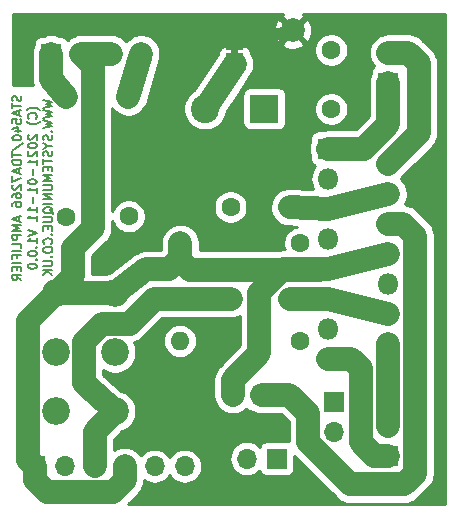
<source format=gbr>
G04 #@! TF.GenerationSoftware,KiCad,Pcbnew,5.1.4+dfsg1-1~bpo10+1*
G04 #@! TF.CreationDate,2020-12-25T00:52:37+00:00*
G04 #@! TF.ProjectId,Multi Watt Amplifier,4d756c74-6920-4576-9174-7420416d706c,rev?*
G04 #@! TF.SameCoordinates,Original*
G04 #@! TF.FileFunction,Copper,L2,Bot*
G04 #@! TF.FilePolarity,Positive*
%FSLAX46Y46*%
G04 Gerber Fmt 4.6, Leading zero omitted, Abs format (unit mm)*
G04 Created by KiCad (PCBNEW 5.1.4+dfsg1-1~bpo10+1) date 2020-12-25 00:52:37*
%MOMM*%
%LPD*%
G04 APERTURE LIST*
%ADD10C,0.187500*%
%ADD11C,0.100000*%
%ADD12R,2.400000X2.400000*%
%ADD13C,2.400000*%
%ADD14C,1.600000*%
%ADD15R,1.600000X1.600000*%
%ADD16R,1.700000X1.700000*%
%ADD17O,1.700000X1.700000*%
%ADD18O,1.600000X1.600000*%
%ADD19C,2.340000*%
%ADD20R,1.800000X1.800000*%
%ADD21O,1.800000X1.800000*%
%ADD22C,0.500000*%
%ADD23C,2.000000*%
%ADD24C,2.000000*%
%ADD25C,1.000000*%
%ADD26C,0.254000*%
G04 APERTURE END LIST*
D10*
X143531071Y-87236428D02*
X143566785Y-87343571D01*
X143566785Y-87522142D01*
X143531071Y-87593571D01*
X143495357Y-87629285D01*
X143423928Y-87665000D01*
X143352500Y-87665000D01*
X143281071Y-87629285D01*
X143245357Y-87593571D01*
X143209642Y-87522142D01*
X143173928Y-87379285D01*
X143138214Y-87307857D01*
X143102500Y-87272142D01*
X143031071Y-87236428D01*
X142959642Y-87236428D01*
X142888214Y-87272142D01*
X142852500Y-87307857D01*
X142816785Y-87379285D01*
X142816785Y-87557857D01*
X142852500Y-87665000D01*
X142816785Y-87879285D02*
X142816785Y-88307857D01*
X143566785Y-88093571D02*
X142816785Y-88093571D01*
X143352500Y-88522142D02*
X143352500Y-88879285D01*
X143566785Y-88450714D02*
X142816785Y-88700714D01*
X143566785Y-88950714D01*
X142816785Y-89557857D02*
X142816785Y-89200714D01*
X143173928Y-89165000D01*
X143138214Y-89200714D01*
X143102500Y-89272142D01*
X143102500Y-89450714D01*
X143138214Y-89522142D01*
X143173928Y-89557857D01*
X143245357Y-89593571D01*
X143423928Y-89593571D01*
X143495357Y-89557857D01*
X143531071Y-89522142D01*
X143566785Y-89450714D01*
X143566785Y-89272142D01*
X143531071Y-89200714D01*
X143495357Y-89165000D01*
X143066785Y-90236428D02*
X143566785Y-90236428D01*
X142781071Y-90057857D02*
X143316785Y-89879285D01*
X143316785Y-90343571D01*
X142816785Y-90772142D02*
X142816785Y-90843571D01*
X142852500Y-90915000D01*
X142888214Y-90950714D01*
X142959642Y-90986428D01*
X143102500Y-91022142D01*
X143281071Y-91022142D01*
X143423928Y-90986428D01*
X143495357Y-90950714D01*
X143531071Y-90915000D01*
X143566785Y-90843571D01*
X143566785Y-90772142D01*
X143531071Y-90700714D01*
X143495357Y-90665000D01*
X143423928Y-90629285D01*
X143281071Y-90593571D01*
X143102500Y-90593571D01*
X142959642Y-90629285D01*
X142888214Y-90665000D01*
X142852500Y-90700714D01*
X142816785Y-90772142D01*
X142781071Y-91879285D02*
X143745357Y-91236428D01*
X142816785Y-92022142D02*
X142816785Y-92450714D01*
X143566785Y-92236428D02*
X142816785Y-92236428D01*
X143566785Y-92700714D02*
X142816785Y-92700714D01*
X142816785Y-92879285D01*
X142852500Y-92986428D01*
X142923928Y-93057857D01*
X142995357Y-93093571D01*
X143138214Y-93129285D01*
X143245357Y-93129285D01*
X143388214Y-93093571D01*
X143459642Y-93057857D01*
X143531071Y-92986428D01*
X143566785Y-92879285D01*
X143566785Y-92700714D01*
X143352500Y-93415000D02*
X143352500Y-93772142D01*
X143566785Y-93343571D02*
X142816785Y-93593571D01*
X143566785Y-93843571D01*
X142816785Y-94022142D02*
X142816785Y-94522142D01*
X143566785Y-94200714D01*
X142888214Y-94772142D02*
X142852500Y-94807857D01*
X142816785Y-94879285D01*
X142816785Y-95057857D01*
X142852500Y-95129285D01*
X142888214Y-95165000D01*
X142959642Y-95200714D01*
X143031071Y-95200714D01*
X143138214Y-95165000D01*
X143566785Y-94736428D01*
X143566785Y-95200714D01*
X142816785Y-95843571D02*
X142816785Y-95700714D01*
X142852500Y-95629285D01*
X142888214Y-95593571D01*
X142995357Y-95522142D01*
X143138214Y-95486428D01*
X143423928Y-95486428D01*
X143495357Y-95522142D01*
X143531071Y-95557857D01*
X143566785Y-95629285D01*
X143566785Y-95772142D01*
X143531071Y-95843571D01*
X143495357Y-95879285D01*
X143423928Y-95915000D01*
X143245357Y-95915000D01*
X143173928Y-95879285D01*
X143138214Y-95843571D01*
X143102500Y-95772142D01*
X143102500Y-95629285D01*
X143138214Y-95557857D01*
X143173928Y-95522142D01*
X143245357Y-95486428D01*
X142816785Y-96557857D02*
X142816785Y-96415000D01*
X142852500Y-96343571D01*
X142888214Y-96307857D01*
X142995357Y-96236428D01*
X143138214Y-96200714D01*
X143423928Y-96200714D01*
X143495357Y-96236428D01*
X143531071Y-96272142D01*
X143566785Y-96343571D01*
X143566785Y-96486428D01*
X143531071Y-96557857D01*
X143495357Y-96593571D01*
X143423928Y-96629285D01*
X143245357Y-96629285D01*
X143173928Y-96593571D01*
X143138214Y-96557857D01*
X143102500Y-96486428D01*
X143102500Y-96343571D01*
X143138214Y-96272142D01*
X143173928Y-96236428D01*
X143245357Y-96200714D01*
X143352500Y-97486428D02*
X143352500Y-97843571D01*
X143566785Y-97415000D02*
X142816785Y-97665000D01*
X143566785Y-97915000D01*
X143566785Y-98165000D02*
X142816785Y-98165000D01*
X143352500Y-98415000D01*
X142816785Y-98665000D01*
X143566785Y-98665000D01*
X143566785Y-99022142D02*
X142816785Y-99022142D01*
X142816785Y-99307857D01*
X142852500Y-99379285D01*
X142888214Y-99415000D01*
X142959642Y-99450714D01*
X143066785Y-99450714D01*
X143138214Y-99415000D01*
X143173928Y-99379285D01*
X143209642Y-99307857D01*
X143209642Y-99022142D01*
X143566785Y-100129285D02*
X143566785Y-99772142D01*
X142816785Y-99772142D01*
X143566785Y-100379285D02*
X142816785Y-100379285D01*
X143173928Y-100986428D02*
X143173928Y-100736428D01*
X143566785Y-100736428D02*
X142816785Y-100736428D01*
X142816785Y-101093571D01*
X143566785Y-101379285D02*
X142816785Y-101379285D01*
X143173928Y-101736428D02*
X143173928Y-101986428D01*
X143566785Y-102093571D02*
X143566785Y-101736428D01*
X142816785Y-101736428D01*
X142816785Y-102093571D01*
X143566785Y-102843571D02*
X143209642Y-102593571D01*
X143566785Y-102415000D02*
X142816785Y-102415000D01*
X142816785Y-102700714D01*
X142852500Y-102772142D01*
X142888214Y-102807857D01*
X142959642Y-102843571D01*
X143066785Y-102843571D01*
X143138214Y-102807857D01*
X143173928Y-102772142D01*
X143209642Y-102700714D01*
X143209642Y-102415000D01*
X145165000Y-88450714D02*
X145129285Y-88415000D01*
X145022142Y-88343571D01*
X144950714Y-88307857D01*
X144843571Y-88272142D01*
X144665000Y-88236428D01*
X144522142Y-88236428D01*
X144343571Y-88272142D01*
X144236428Y-88307857D01*
X144165000Y-88343571D01*
X144057857Y-88415000D01*
X144022142Y-88450714D01*
X144807857Y-89165000D02*
X144843571Y-89129285D01*
X144879285Y-89022142D01*
X144879285Y-88950714D01*
X144843571Y-88843571D01*
X144772142Y-88772142D01*
X144700714Y-88736428D01*
X144557857Y-88700714D01*
X144450714Y-88700714D01*
X144307857Y-88736428D01*
X144236428Y-88772142D01*
X144165000Y-88843571D01*
X144129285Y-88950714D01*
X144129285Y-89022142D01*
X144165000Y-89129285D01*
X144200714Y-89165000D01*
X145165000Y-89415000D02*
X145129285Y-89450714D01*
X145022142Y-89522142D01*
X144950714Y-89557857D01*
X144843571Y-89593571D01*
X144665000Y-89629285D01*
X144522142Y-89629285D01*
X144343571Y-89593571D01*
X144236428Y-89557857D01*
X144165000Y-89522142D01*
X144057857Y-89450714D01*
X144022142Y-89415000D01*
X144200714Y-90522142D02*
X144165000Y-90557857D01*
X144129285Y-90629285D01*
X144129285Y-90807857D01*
X144165000Y-90879285D01*
X144200714Y-90915000D01*
X144272142Y-90950714D01*
X144343571Y-90950714D01*
X144450714Y-90915000D01*
X144879285Y-90486428D01*
X144879285Y-90950714D01*
X144129285Y-91415000D02*
X144129285Y-91486428D01*
X144165000Y-91557857D01*
X144200714Y-91593571D01*
X144272142Y-91629285D01*
X144415000Y-91665000D01*
X144593571Y-91665000D01*
X144736428Y-91629285D01*
X144807857Y-91593571D01*
X144843571Y-91557857D01*
X144879285Y-91486428D01*
X144879285Y-91415000D01*
X144843571Y-91343571D01*
X144807857Y-91307857D01*
X144736428Y-91272142D01*
X144593571Y-91236428D01*
X144415000Y-91236428D01*
X144272142Y-91272142D01*
X144200714Y-91307857D01*
X144165000Y-91343571D01*
X144129285Y-91415000D01*
X144200714Y-91950714D02*
X144165000Y-91986428D01*
X144129285Y-92057857D01*
X144129285Y-92236428D01*
X144165000Y-92307857D01*
X144200714Y-92343571D01*
X144272142Y-92379285D01*
X144343571Y-92379285D01*
X144450714Y-92343571D01*
X144879285Y-91915000D01*
X144879285Y-92379285D01*
X144879285Y-93093571D02*
X144879285Y-92665000D01*
X144879285Y-92879285D02*
X144129285Y-92879285D01*
X144236428Y-92807857D01*
X144307857Y-92736428D01*
X144343571Y-92665000D01*
X144593571Y-93415000D02*
X144593571Y-93986428D01*
X144129285Y-94486428D02*
X144129285Y-94557857D01*
X144165000Y-94629285D01*
X144200714Y-94665000D01*
X144272142Y-94700714D01*
X144415000Y-94736428D01*
X144593571Y-94736428D01*
X144736428Y-94700714D01*
X144807857Y-94665000D01*
X144843571Y-94629285D01*
X144879285Y-94557857D01*
X144879285Y-94486428D01*
X144843571Y-94415000D01*
X144807857Y-94379285D01*
X144736428Y-94343571D01*
X144593571Y-94307857D01*
X144415000Y-94307857D01*
X144272142Y-94343571D01*
X144200714Y-94379285D01*
X144165000Y-94415000D01*
X144129285Y-94486428D01*
X144879285Y-95450714D02*
X144879285Y-95022142D01*
X144879285Y-95236428D02*
X144129285Y-95236428D01*
X144236428Y-95165000D01*
X144307857Y-95093571D01*
X144343571Y-95022142D01*
X144593571Y-95772142D02*
X144593571Y-96343571D01*
X144879285Y-97093571D02*
X144879285Y-96665000D01*
X144879285Y-96879285D02*
X144129285Y-96879285D01*
X144236428Y-96807857D01*
X144307857Y-96736428D01*
X144343571Y-96665000D01*
X144879285Y-97807857D02*
X144879285Y-97379285D01*
X144879285Y-97593571D02*
X144129285Y-97593571D01*
X144236428Y-97522142D01*
X144307857Y-97450714D01*
X144343571Y-97379285D01*
X144129285Y-98593571D02*
X144879285Y-98843571D01*
X144129285Y-99093571D01*
X144879285Y-99736428D02*
X144879285Y-99307857D01*
X144879285Y-99522142D02*
X144129285Y-99522142D01*
X144236428Y-99450714D01*
X144307857Y-99379285D01*
X144343571Y-99307857D01*
X144807857Y-100057857D02*
X144843571Y-100093571D01*
X144879285Y-100057857D01*
X144843571Y-100022142D01*
X144807857Y-100057857D01*
X144879285Y-100057857D01*
X144129285Y-100557857D02*
X144129285Y-100629285D01*
X144165000Y-100700714D01*
X144200714Y-100736428D01*
X144272142Y-100772142D01*
X144415000Y-100807857D01*
X144593571Y-100807857D01*
X144736428Y-100772142D01*
X144807857Y-100736428D01*
X144843571Y-100700714D01*
X144879285Y-100629285D01*
X144879285Y-100557857D01*
X144843571Y-100486428D01*
X144807857Y-100450714D01*
X144736428Y-100415000D01*
X144593571Y-100379285D01*
X144415000Y-100379285D01*
X144272142Y-100415000D01*
X144200714Y-100450714D01*
X144165000Y-100486428D01*
X144129285Y-100557857D01*
X144807857Y-101129285D02*
X144843571Y-101165000D01*
X144879285Y-101129285D01*
X144843571Y-101093571D01*
X144807857Y-101129285D01*
X144879285Y-101129285D01*
X144129285Y-101629285D02*
X144129285Y-101700714D01*
X144165000Y-101772142D01*
X144200714Y-101807857D01*
X144272142Y-101843571D01*
X144415000Y-101879285D01*
X144593571Y-101879285D01*
X144736428Y-101843571D01*
X144807857Y-101807857D01*
X144843571Y-101772142D01*
X144879285Y-101700714D01*
X144879285Y-101629285D01*
X144843571Y-101557857D01*
X144807857Y-101522142D01*
X144736428Y-101486428D01*
X144593571Y-101450714D01*
X144415000Y-101450714D01*
X144272142Y-101486428D01*
X144200714Y-101522142D01*
X144165000Y-101557857D01*
X144129285Y-101629285D01*
X145441785Y-87611428D02*
X146191785Y-87790000D01*
X145656071Y-87932857D01*
X146191785Y-88075714D01*
X145441785Y-88254285D01*
X145441785Y-88468571D02*
X146191785Y-88647142D01*
X145656071Y-88790000D01*
X146191785Y-88932857D01*
X145441785Y-89111428D01*
X145441785Y-89325714D02*
X146191785Y-89504285D01*
X145656071Y-89647142D01*
X146191785Y-89790000D01*
X145441785Y-89968571D01*
X146120357Y-90254285D02*
X146156071Y-90290000D01*
X146191785Y-90254285D01*
X146156071Y-90218571D01*
X146120357Y-90254285D01*
X146191785Y-90254285D01*
X146156071Y-90575714D02*
X146191785Y-90682857D01*
X146191785Y-90861428D01*
X146156071Y-90932857D01*
X146120357Y-90968571D01*
X146048928Y-91004285D01*
X145977500Y-91004285D01*
X145906071Y-90968571D01*
X145870357Y-90932857D01*
X145834642Y-90861428D01*
X145798928Y-90718571D01*
X145763214Y-90647142D01*
X145727500Y-90611428D01*
X145656071Y-90575714D01*
X145584642Y-90575714D01*
X145513214Y-90611428D01*
X145477500Y-90647142D01*
X145441785Y-90718571D01*
X145441785Y-90897142D01*
X145477500Y-91004285D01*
X145834642Y-91468571D02*
X146191785Y-91468571D01*
X145441785Y-91218571D02*
X145834642Y-91468571D01*
X145441785Y-91718571D01*
X146156071Y-91932857D02*
X146191785Y-92040000D01*
X146191785Y-92218571D01*
X146156071Y-92290000D01*
X146120357Y-92325714D01*
X146048928Y-92361428D01*
X145977500Y-92361428D01*
X145906071Y-92325714D01*
X145870357Y-92290000D01*
X145834642Y-92218571D01*
X145798928Y-92075714D01*
X145763214Y-92004285D01*
X145727500Y-91968571D01*
X145656071Y-91932857D01*
X145584642Y-91932857D01*
X145513214Y-91968571D01*
X145477500Y-92004285D01*
X145441785Y-92075714D01*
X145441785Y-92254285D01*
X145477500Y-92361428D01*
X145441785Y-92575714D02*
X145441785Y-93004285D01*
X146191785Y-92790000D02*
X145441785Y-92790000D01*
X145798928Y-93254285D02*
X145798928Y-93504285D01*
X146191785Y-93611428D02*
X146191785Y-93254285D01*
X145441785Y-93254285D01*
X145441785Y-93611428D01*
X146191785Y-93932857D02*
X145441785Y-93932857D01*
X145977500Y-94182857D01*
X145441785Y-94432857D01*
X146191785Y-94432857D01*
X145441785Y-94790000D02*
X146048928Y-94790000D01*
X146120357Y-94825714D01*
X146156071Y-94861428D01*
X146191785Y-94932857D01*
X146191785Y-95075714D01*
X146156071Y-95147142D01*
X146120357Y-95182857D01*
X146048928Y-95218571D01*
X145441785Y-95218571D01*
X146191785Y-95575714D02*
X145441785Y-95575714D01*
X146191785Y-96004285D01*
X145441785Y-96004285D01*
X146191785Y-96361428D02*
X145441785Y-96361428D01*
X146263214Y-97218571D02*
X146227500Y-97147142D01*
X146156071Y-97075714D01*
X146048928Y-96968571D01*
X146013214Y-96897142D01*
X146013214Y-96825714D01*
X146191785Y-96861428D02*
X146156071Y-96790000D01*
X146084642Y-96718571D01*
X145941785Y-96682857D01*
X145691785Y-96682857D01*
X145548928Y-96718571D01*
X145477500Y-96790000D01*
X145441785Y-96861428D01*
X145441785Y-97004285D01*
X145477500Y-97075714D01*
X145548928Y-97147142D01*
X145691785Y-97182857D01*
X145941785Y-97182857D01*
X146084642Y-97147142D01*
X146156071Y-97075714D01*
X146191785Y-97004285D01*
X146191785Y-96861428D01*
X145441785Y-97504285D02*
X146048928Y-97504285D01*
X146120357Y-97540000D01*
X146156071Y-97575714D01*
X146191785Y-97647142D01*
X146191785Y-97790000D01*
X146156071Y-97861428D01*
X146120357Y-97897142D01*
X146048928Y-97932857D01*
X145441785Y-97932857D01*
X145798928Y-98290000D02*
X145798928Y-98540000D01*
X146191785Y-98647142D02*
X146191785Y-98290000D01*
X145441785Y-98290000D01*
X145441785Y-98647142D01*
X146120357Y-98968571D02*
X146156071Y-99004285D01*
X146191785Y-98968571D01*
X146156071Y-98932857D01*
X146120357Y-98968571D01*
X146191785Y-98968571D01*
X146120357Y-99754285D02*
X146156071Y-99718571D01*
X146191785Y-99611428D01*
X146191785Y-99540000D01*
X146156071Y-99432857D01*
X146084642Y-99361428D01*
X146013214Y-99325714D01*
X145870357Y-99290000D01*
X145763214Y-99290000D01*
X145620357Y-99325714D01*
X145548928Y-99361428D01*
X145477500Y-99432857D01*
X145441785Y-99540000D01*
X145441785Y-99611428D01*
X145477500Y-99718571D01*
X145513214Y-99754285D01*
X145441785Y-100218571D02*
X145441785Y-100361428D01*
X145477500Y-100432857D01*
X145548928Y-100504285D01*
X145691785Y-100540000D01*
X145941785Y-100540000D01*
X146084642Y-100504285D01*
X146156071Y-100432857D01*
X146191785Y-100361428D01*
X146191785Y-100218571D01*
X146156071Y-100147142D01*
X146084642Y-100075714D01*
X145941785Y-100040000D01*
X145691785Y-100040000D01*
X145548928Y-100075714D01*
X145477500Y-100147142D01*
X145441785Y-100218571D01*
X146120357Y-100861428D02*
X146156071Y-100897142D01*
X146191785Y-100861428D01*
X146156071Y-100825714D01*
X146120357Y-100861428D01*
X146191785Y-100861428D01*
X145441785Y-101218571D02*
X146048928Y-101218571D01*
X146120357Y-101254285D01*
X146156071Y-101290000D01*
X146191785Y-101361428D01*
X146191785Y-101504285D01*
X146156071Y-101575714D01*
X146120357Y-101611428D01*
X146048928Y-101647142D01*
X145441785Y-101647142D01*
X146191785Y-102004285D02*
X145441785Y-102004285D01*
X146191785Y-102432857D02*
X145763214Y-102111428D01*
X145441785Y-102432857D02*
X145870357Y-102004285D01*
D11*
G36*
X161330000Y-83750000D02*
G01*
X161330000Y-83250000D01*
X161930000Y-83250000D01*
X161930000Y-83750000D01*
X161330000Y-83750000D01*
G37*
D12*
X164130000Y-88340000D03*
D13*
X159130000Y-88340000D03*
D14*
X166280000Y-96650000D03*
X161280000Y-96650000D03*
X161280000Y-104460000D03*
X166280000Y-104460000D03*
X169810000Y-83350000D03*
X169810000Y-88350000D03*
D15*
X163970000Y-112570000D03*
D14*
X161470000Y-112570000D03*
D16*
X146090000Y-83660000D03*
D17*
X148630000Y-83660000D03*
X151170000Y-83660000D03*
X153710000Y-83660000D03*
X162660000Y-117970000D03*
D16*
X165200000Y-117970000D03*
X144690000Y-118590000D03*
D17*
X147230000Y-118590000D03*
X149770000Y-118590000D03*
X152310000Y-118590000D03*
X154850000Y-118590000D03*
X157390000Y-118590000D03*
D16*
X170020000Y-113180000D03*
D17*
X170020000Y-115720000D03*
X174640000Y-83580000D03*
D16*
X174640000Y-86120000D03*
X174590000Y-117710000D03*
D17*
X174590000Y-115170000D03*
D18*
X152650000Y-87290000D03*
D14*
X152650000Y-97450000D03*
X147360000Y-97500000D03*
D18*
X147360000Y-87340000D03*
X157000000Y-107990000D03*
D14*
X167160000Y-107990000D03*
X167200000Y-99720000D03*
D18*
X157040000Y-99720000D03*
D19*
X146510000Y-113950000D03*
X146510000Y-108950000D03*
X146510000Y-103950000D03*
X151510000Y-113950000D03*
X151510000Y-108950000D03*
X151510000Y-103950000D03*
D20*
X169570000Y-91710000D03*
D21*
X174650000Y-92980000D03*
X169570000Y-94250000D03*
X174650000Y-95520000D03*
X169570000Y-96790000D03*
X174650000Y-98060000D03*
X169570000Y-99330000D03*
X174650000Y-100600000D03*
X169570000Y-101870000D03*
X174650000Y-103140000D03*
X169570000Y-104410000D03*
X174650000Y-105680000D03*
X169570000Y-106950000D03*
X174650000Y-108220000D03*
X169570000Y-109490000D03*
D22*
X161630000Y-84150000D03*
D11*
G36*
X162379398Y-84150000D02*
G01*
X162379398Y-84174534D01*
X162374588Y-84223365D01*
X162365016Y-84271490D01*
X162350772Y-84318445D01*
X162331995Y-84363778D01*
X162308864Y-84407051D01*
X162281604Y-84447850D01*
X162250476Y-84485779D01*
X162215779Y-84520476D01*
X162177850Y-84551604D01*
X162137051Y-84578864D01*
X162093778Y-84601995D01*
X162048445Y-84620772D01*
X162001490Y-84635016D01*
X161953365Y-84644588D01*
X161904534Y-84649398D01*
X161880000Y-84649398D01*
X161880000Y-84650000D01*
X161380000Y-84650000D01*
X161380000Y-84649398D01*
X161355466Y-84649398D01*
X161306635Y-84644588D01*
X161258510Y-84635016D01*
X161211555Y-84620772D01*
X161166222Y-84601995D01*
X161122949Y-84578864D01*
X161082150Y-84551604D01*
X161044221Y-84520476D01*
X161009524Y-84485779D01*
X160978396Y-84447850D01*
X160951136Y-84407051D01*
X160928005Y-84363778D01*
X160909228Y-84318445D01*
X160894984Y-84271490D01*
X160885412Y-84223365D01*
X160880602Y-84174534D01*
X160880602Y-84150000D01*
X160880000Y-84150000D01*
X160880000Y-83650000D01*
X162380000Y-83650000D01*
X162380000Y-84150000D01*
X162379398Y-84150000D01*
X162379398Y-84150000D01*
G37*
D22*
X161630000Y-82850000D03*
D11*
G36*
X160880000Y-83350000D02*
G01*
X160880000Y-82850000D01*
X160880602Y-82850000D01*
X160880602Y-82825466D01*
X160885412Y-82776635D01*
X160894984Y-82728510D01*
X160909228Y-82681555D01*
X160928005Y-82636222D01*
X160951136Y-82592949D01*
X160978396Y-82552150D01*
X161009524Y-82514221D01*
X161044221Y-82479524D01*
X161082150Y-82448396D01*
X161122949Y-82421136D01*
X161166222Y-82398005D01*
X161211555Y-82379228D01*
X161258510Y-82364984D01*
X161306635Y-82355412D01*
X161355466Y-82350602D01*
X161380000Y-82350602D01*
X161380000Y-82350000D01*
X161880000Y-82350000D01*
X161880000Y-82350602D01*
X161904534Y-82350602D01*
X161953365Y-82355412D01*
X162001490Y-82364984D01*
X162048445Y-82379228D01*
X162093778Y-82398005D01*
X162137051Y-82421136D01*
X162177850Y-82448396D01*
X162215779Y-82479524D01*
X162250476Y-82514221D01*
X162281604Y-82552150D01*
X162308864Y-82592949D01*
X162331995Y-82636222D01*
X162350772Y-82681555D01*
X162365016Y-82728510D01*
X162374588Y-82776635D01*
X162379398Y-82825466D01*
X162379398Y-82850000D01*
X162380000Y-82850000D01*
X162380000Y-83350000D01*
X160880000Y-83350000D01*
X160880000Y-83350000D01*
G37*
D23*
X166560000Y-81700000D03*
D24*
X169570000Y-101870000D02*
X174650000Y-100600000D01*
X148630000Y-83660000D02*
X151170000Y-83660000D01*
X151510000Y-103950000D02*
X146510000Y-103950000D01*
X144690000Y-118590000D02*
X144650000Y-118514002D01*
X144139999Y-118039999D02*
X144690000Y-118590000D01*
X146510000Y-103950000D02*
X144139999Y-106320001D01*
X144139999Y-106320001D02*
X144139999Y-118039999D01*
X159130000Y-88340000D02*
X161630000Y-84550010D01*
X152310000Y-119792081D02*
X152310000Y-118590000D01*
X151312071Y-120790010D02*
X152310000Y-119792081D01*
X145750010Y-120790010D02*
X151312071Y-120790010D01*
X144690000Y-119730000D02*
X145750010Y-120790010D01*
X144690000Y-118590000D02*
X144690000Y-119730000D01*
X161470000Y-111300000D02*
X161470000Y-112570000D01*
X163720000Y-109050000D02*
X161470000Y-111300000D01*
X163720000Y-103908718D02*
X163720000Y-109050000D01*
X169570000Y-101870000D02*
X165758718Y-101870000D01*
X165758718Y-101870000D02*
X163720000Y-103908718D01*
X149639282Y-84669282D02*
X149479999Y-84509999D01*
X149639282Y-98420718D02*
X149639282Y-84669282D01*
X147940000Y-100120000D02*
X149639282Y-98420718D01*
X149479999Y-84509999D02*
X148630000Y-83660000D01*
X146510000Y-103950000D02*
X147940000Y-102520000D01*
X147940000Y-102520000D02*
X147940000Y-100120000D01*
X157040000Y-100940000D02*
X157040000Y-99720000D01*
X156040984Y-101939016D02*
X157040000Y-100940000D01*
X151510000Y-103950000D02*
X154139016Y-101939016D01*
X154139016Y-101939016D02*
X156040984Y-101939016D01*
X168430000Y-101960000D02*
X169570000Y-101870000D01*
X157880000Y-101960000D02*
X168430000Y-101960000D01*
X157040000Y-99720000D02*
X157040000Y-101120000D01*
X157040000Y-101120000D02*
X157880000Y-101960000D01*
X169570000Y-96790000D02*
X174650000Y-95520000D01*
X169560000Y-96800000D02*
X169570000Y-96790000D01*
X166280000Y-96650000D02*
X169560000Y-96800000D01*
X154800000Y-104460000D02*
X160148630Y-104460000D01*
X152740000Y-106520000D02*
X154800000Y-104460000D01*
X160148630Y-104460000D02*
X161280000Y-104460000D01*
X148880001Y-111579999D02*
X148880001Y-108072397D01*
X151510000Y-113950000D02*
X148880001Y-111579999D01*
X148880001Y-108072397D02*
X150432398Y-106520000D01*
X150432398Y-106520000D02*
X152740000Y-106520000D01*
X149770000Y-115690000D02*
X151510000Y-113950000D01*
X149770000Y-118590000D02*
X149770000Y-115690000D01*
X174650000Y-105680000D02*
X169570000Y-104410000D01*
X166330000Y-104410000D02*
X166280000Y-104460000D01*
X169570000Y-104410000D02*
X166330000Y-104410000D01*
X166270000Y-112570000D02*
X163970000Y-112570000D01*
X167830000Y-114130000D02*
X166270000Y-112570000D01*
X167830000Y-116590000D02*
X167830000Y-114130000D01*
X171390000Y-120150000D02*
X167830000Y-116590000D01*
X175922792Y-98060000D02*
X176940000Y-99077208D01*
X174650000Y-98060000D02*
X175922792Y-98060000D01*
X176940000Y-99077208D02*
X176940000Y-119220002D01*
X176940000Y-119220002D02*
X176010002Y-120150000D01*
X176010002Y-120150000D02*
X171390000Y-120150000D01*
X146090000Y-85790000D02*
X146090000Y-83660000D01*
X147360000Y-87340000D02*
X146090000Y-85790000D01*
X152630000Y-87360000D02*
X153710000Y-83660000D01*
X177200000Y-90430000D02*
X175549999Y-92080001D01*
X175549999Y-92080001D02*
X174650000Y-92980000D01*
X177200000Y-84470000D02*
X177200000Y-90430000D01*
X174640000Y-83580000D02*
X176310000Y-83580000D01*
X176310000Y-83580000D02*
X177200000Y-84470000D01*
X174640000Y-86120000D02*
X174640000Y-89620000D01*
X172550000Y-91710000D02*
X169570000Y-91710000D01*
X174640000Y-89620000D02*
X172550000Y-91710000D01*
X172300000Y-116550000D02*
X173460000Y-117710000D01*
X172300000Y-110280000D02*
X172300000Y-116550000D01*
X173460000Y-117710000D02*
X174590000Y-117710000D01*
X169570000Y-109490000D02*
X171510000Y-109490000D01*
X171510000Y-109490000D02*
X172300000Y-110280000D01*
X174650000Y-115110000D02*
X174590000Y-115170000D01*
X174650000Y-108220000D02*
X174650000Y-115110000D01*
D25*
X166460000Y-81720000D02*
X166550000Y-81670000D01*
X161630000Y-82850000D02*
X166460000Y-81720000D01*
D26*
G36*
X165604192Y-80564587D02*
G01*
X166560000Y-81520395D01*
X167515808Y-80564587D01*
X167421788Y-80305000D01*
X179465000Y-80305000D01*
X179465001Y-121815000D01*
X152599319Y-121815000D01*
X153409319Y-121005001D01*
X153471714Y-120953795D01*
X153676031Y-120704833D01*
X153827852Y-120420796D01*
X153905392Y-120165181D01*
X153921343Y-120112598D01*
X153952911Y-119792081D01*
X153951063Y-119773322D01*
X154020986Y-119830706D01*
X154278966Y-119968599D01*
X154558889Y-120053513D01*
X154777050Y-120075000D01*
X154922950Y-120075000D01*
X155141111Y-120053513D01*
X155421034Y-119968599D01*
X155679014Y-119830706D01*
X155905134Y-119645134D01*
X156090706Y-119419014D01*
X156120000Y-119364209D01*
X156149294Y-119419014D01*
X156334866Y-119645134D01*
X156560986Y-119830706D01*
X156818966Y-119968599D01*
X157098889Y-120053513D01*
X157317050Y-120075000D01*
X157462950Y-120075000D01*
X157681111Y-120053513D01*
X157961034Y-119968599D01*
X158219014Y-119830706D01*
X158445134Y-119645134D01*
X158630706Y-119419014D01*
X158768599Y-119161034D01*
X158853513Y-118881111D01*
X158882185Y-118590000D01*
X158853513Y-118298889D01*
X158768599Y-118018966D01*
X158630706Y-117760986D01*
X158445134Y-117534866D01*
X158219014Y-117349294D01*
X157961034Y-117211401D01*
X157681111Y-117126487D01*
X157462950Y-117105000D01*
X157317050Y-117105000D01*
X157098889Y-117126487D01*
X156818966Y-117211401D01*
X156560986Y-117349294D01*
X156334866Y-117534866D01*
X156149294Y-117760986D01*
X156120000Y-117815791D01*
X156090706Y-117760986D01*
X155905134Y-117534866D01*
X155679014Y-117349294D01*
X155421034Y-117211401D01*
X155141111Y-117126487D01*
X154922950Y-117105000D01*
X154777050Y-117105000D01*
X154558889Y-117126487D01*
X154278966Y-117211401D01*
X154020986Y-117349294D01*
X153794866Y-117534866D01*
X153676814Y-117678713D01*
X153676031Y-117677248D01*
X153471714Y-117428286D01*
X153222752Y-117223969D01*
X152938715Y-117072148D01*
X152630516Y-116978657D01*
X152310000Y-116947089D01*
X151989485Y-116978657D01*
X151681286Y-117072148D01*
X151405000Y-117219826D01*
X151405000Y-116367239D01*
X152122034Y-115650205D01*
X152364988Y-115549571D01*
X152660621Y-115352035D01*
X152912035Y-115100621D01*
X153109571Y-114804988D01*
X153245635Y-114476499D01*
X153315000Y-114127777D01*
X153315000Y-113772223D01*
X153245635Y-113423501D01*
X153109571Y-113095012D01*
X152912035Y-112799379D01*
X152660621Y-112547965D01*
X152364988Y-112350429D01*
X152036499Y-112214365D01*
X152023442Y-112211768D01*
X150515001Y-110852449D01*
X150515001Y-110456018D01*
X150655012Y-110549571D01*
X150983501Y-110685635D01*
X151332223Y-110755000D01*
X151687777Y-110755000D01*
X152036499Y-110685635D01*
X152364988Y-110549571D01*
X152660621Y-110352035D01*
X152912035Y-110100621D01*
X153109571Y-109804988D01*
X153245635Y-109476499D01*
X153315000Y-109127777D01*
X153315000Y-108772223D01*
X153245635Y-108423501D01*
X153117464Y-108114068D01*
X153368715Y-108037852D01*
X153458239Y-107990000D01*
X155558057Y-107990000D01*
X155585764Y-108271309D01*
X155667818Y-108541808D01*
X155801068Y-108791101D01*
X155980392Y-109009608D01*
X156198899Y-109188932D01*
X156448192Y-109322182D01*
X156718691Y-109404236D01*
X156929508Y-109425000D01*
X157070492Y-109425000D01*
X157281309Y-109404236D01*
X157551808Y-109322182D01*
X157801101Y-109188932D01*
X158019608Y-109009608D01*
X158198932Y-108791101D01*
X158332182Y-108541808D01*
X158414236Y-108271309D01*
X158441943Y-107990000D01*
X158414236Y-107708691D01*
X158332182Y-107438192D01*
X158198932Y-107188899D01*
X158019608Y-106970392D01*
X157801101Y-106791068D01*
X157551808Y-106657818D01*
X157281309Y-106575764D01*
X157070492Y-106555000D01*
X156929508Y-106555000D01*
X156718691Y-106575764D01*
X156448192Y-106657818D01*
X156198899Y-106791068D01*
X155980392Y-106970392D01*
X155801068Y-107188899D01*
X155667818Y-107438192D01*
X155585764Y-107708691D01*
X155558057Y-107990000D01*
X153458239Y-107990000D01*
X153652752Y-107886031D01*
X153901714Y-107681714D01*
X153952925Y-107619313D01*
X155477239Y-106095000D01*
X161360322Y-106095000D01*
X161600516Y-106071343D01*
X161908715Y-105977852D01*
X162085000Y-105883625D01*
X162085001Y-108372760D01*
X160370686Y-110087076D01*
X160308286Y-110138286D01*
X160103969Y-110387249D01*
X159952148Y-110671286D01*
X159858657Y-110979485D01*
X159836547Y-111203970D01*
X159827089Y-111300000D01*
X159835000Y-111380319D01*
X159835000Y-112650322D01*
X159858657Y-112890516D01*
X159952148Y-113198715D01*
X160103970Y-113482752D01*
X160308287Y-113731714D01*
X160557249Y-113936031D01*
X160841286Y-114087852D01*
X161149485Y-114181343D01*
X161470000Y-114212911D01*
X161790516Y-114181343D01*
X162098715Y-114087852D01*
X162382752Y-113936031D01*
X162631714Y-113731714D01*
X162638744Y-113723148D01*
X162639463Y-113724494D01*
X162718815Y-113821185D01*
X162815506Y-113900537D01*
X162925820Y-113959502D01*
X163045518Y-113995812D01*
X163170000Y-114008072D01*
X163192027Y-114008072D01*
X163341285Y-114087852D01*
X163649484Y-114181343D01*
X163889678Y-114205000D01*
X165592762Y-114205000D01*
X166195001Y-114807239D01*
X166195000Y-116500412D01*
X166174482Y-116494188D01*
X166050000Y-116481928D01*
X164350000Y-116481928D01*
X164225518Y-116494188D01*
X164105820Y-116530498D01*
X163995506Y-116589463D01*
X163898815Y-116668815D01*
X163819463Y-116765506D01*
X163760498Y-116875820D01*
X163739607Y-116944687D01*
X163715134Y-116914866D01*
X163489014Y-116729294D01*
X163231034Y-116591401D01*
X162951111Y-116506487D01*
X162732950Y-116485000D01*
X162587050Y-116485000D01*
X162368889Y-116506487D01*
X162088966Y-116591401D01*
X161830986Y-116729294D01*
X161604866Y-116914866D01*
X161419294Y-117140986D01*
X161281401Y-117398966D01*
X161196487Y-117678889D01*
X161167815Y-117970000D01*
X161196487Y-118261111D01*
X161281401Y-118541034D01*
X161419294Y-118799014D01*
X161604866Y-119025134D01*
X161830986Y-119210706D01*
X162088966Y-119348599D01*
X162368889Y-119433513D01*
X162587050Y-119455000D01*
X162732950Y-119455000D01*
X162951111Y-119433513D01*
X163231034Y-119348599D01*
X163489014Y-119210706D01*
X163715134Y-119025134D01*
X163739607Y-118995313D01*
X163760498Y-119064180D01*
X163819463Y-119174494D01*
X163898815Y-119271185D01*
X163995506Y-119350537D01*
X164105820Y-119409502D01*
X164225518Y-119445812D01*
X164350000Y-119458072D01*
X166050000Y-119458072D01*
X166174482Y-119445812D01*
X166294180Y-119409502D01*
X166404494Y-119350537D01*
X166501185Y-119271185D01*
X166580537Y-119174494D01*
X166639502Y-119064180D01*
X166675812Y-118944482D01*
X166688072Y-118820000D01*
X166688072Y-117767952D01*
X166730687Y-117802925D01*
X170177080Y-121249319D01*
X170228286Y-121311714D01*
X170477248Y-121516031D01*
X170761285Y-121667852D01*
X171069484Y-121761343D01*
X171309678Y-121785000D01*
X171309680Y-121785000D01*
X171389999Y-121792911D01*
X171470319Y-121785000D01*
X175929683Y-121785000D01*
X176010002Y-121792911D01*
X176090321Y-121785000D01*
X176090324Y-121785000D01*
X176330518Y-121761343D01*
X176638717Y-121667852D01*
X176922754Y-121516031D01*
X177171716Y-121311714D01*
X177222927Y-121249313D01*
X178039313Y-120432927D01*
X178101714Y-120381716D01*
X178306031Y-120132754D01*
X178457852Y-119848717D01*
X178475032Y-119792081D01*
X178551343Y-119540519D01*
X178582911Y-119220002D01*
X178575000Y-119139680D01*
X178575000Y-99157527D01*
X178582911Y-99077207D01*
X178574749Y-98994337D01*
X178551343Y-98756692D01*
X178457852Y-98448493D01*
X178306031Y-98164456D01*
X178101714Y-97915494D01*
X178039314Y-97864284D01*
X177135717Y-96960687D01*
X177084506Y-96898286D01*
X176835544Y-96693969D01*
X176551507Y-96542148D01*
X176243308Y-96448657D01*
X176013673Y-96426040D01*
X176058785Y-96365272D01*
X176196619Y-96074189D01*
X176275018Y-95761810D01*
X176290968Y-95440139D01*
X176243857Y-95121536D01*
X176135495Y-94818246D01*
X175970046Y-94541924D01*
X175753869Y-94303190D01*
X175680931Y-94249043D01*
X175749323Y-94192915D01*
X176762914Y-93179324D01*
X178299318Y-91642921D01*
X178361714Y-91591714D01*
X178566031Y-91342752D01*
X178717852Y-91058715D01*
X178811343Y-90750516D01*
X178829896Y-90562149D01*
X178842911Y-90430000D01*
X178835000Y-90349678D01*
X178835000Y-84550319D01*
X178842911Y-84469999D01*
X178833262Y-84372030D01*
X178811343Y-84149484D01*
X178717852Y-83841285D01*
X178566031Y-83557248D01*
X178361714Y-83308286D01*
X178299314Y-83257076D01*
X177522925Y-82480687D01*
X177471714Y-82418286D01*
X177222752Y-82213969D01*
X176938715Y-82062148D01*
X176630516Y-81968657D01*
X176390322Y-81945000D01*
X176390319Y-81945000D01*
X176310000Y-81937089D01*
X176229681Y-81945000D01*
X174559678Y-81945000D01*
X174319484Y-81968657D01*
X174011285Y-82062148D01*
X173727248Y-82213969D01*
X173478286Y-82418286D01*
X173273969Y-82667248D01*
X173122148Y-82951285D01*
X173028657Y-83259484D01*
X172997089Y-83580000D01*
X173028657Y-83900516D01*
X173122148Y-84208715D01*
X173273969Y-84492752D01*
X173463958Y-84724255D01*
X173435506Y-84739463D01*
X173338815Y-84818815D01*
X173259463Y-84915506D01*
X173200498Y-85025820D01*
X173164188Y-85145518D01*
X173151928Y-85270000D01*
X173151928Y-85435572D01*
X173122148Y-85491286D01*
X173028657Y-85799485D01*
X173005000Y-86039679D01*
X173005001Y-88942760D01*
X171872762Y-90075000D01*
X169489678Y-90075000D01*
X169249484Y-90098657D01*
X169007942Y-90171928D01*
X168670000Y-90171928D01*
X168545518Y-90184188D01*
X168425820Y-90220498D01*
X168315506Y-90279463D01*
X168218815Y-90358815D01*
X168139463Y-90455506D01*
X168080498Y-90565820D01*
X168044188Y-90685518D01*
X168031928Y-90810000D01*
X168031928Y-91147942D01*
X167958657Y-91389484D01*
X167927089Y-91710000D01*
X167958657Y-92030516D01*
X168031928Y-92272058D01*
X168031928Y-92610000D01*
X168044188Y-92734482D01*
X168080498Y-92854180D01*
X168139463Y-92964494D01*
X168218815Y-93061185D01*
X168315506Y-93140537D01*
X168425820Y-93199502D01*
X168442280Y-93204495D01*
X168287519Y-93393073D01*
X168144983Y-93659739D01*
X168057210Y-93949087D01*
X168027573Y-94250000D01*
X168057210Y-94550913D01*
X168144983Y-94840261D01*
X168286517Y-95105053D01*
X166274456Y-95013038D01*
X166033432Y-95025697D01*
X165721283Y-95105011D01*
X165430607Y-95243698D01*
X165172571Y-95436428D01*
X164957094Y-95675796D01*
X164792455Y-95952600D01*
X164684982Y-96256207D01*
X164638805Y-96574946D01*
X164655697Y-96896568D01*
X164735011Y-97208717D01*
X164873698Y-97499393D01*
X165066428Y-97757429D01*
X165305796Y-97972906D01*
X165582600Y-98137545D01*
X165886207Y-98245018D01*
X166125069Y-98279623D01*
X166906127Y-98315342D01*
X166781426Y-98340147D01*
X166520273Y-98448320D01*
X166285241Y-98605363D01*
X166085363Y-98805241D01*
X165928320Y-99040273D01*
X165820147Y-99301426D01*
X165765000Y-99578665D01*
X165765000Y-99861335D01*
X165820147Y-100138574D01*
X165860088Y-100235000D01*
X165839040Y-100235000D01*
X165758718Y-100227089D01*
X165438201Y-100258657D01*
X165291040Y-100303298D01*
X165219498Y-100325000D01*
X158675000Y-100325000D01*
X158675000Y-99639678D01*
X158651343Y-99399484D01*
X158557852Y-99091285D01*
X158406031Y-98807248D01*
X158201714Y-98558286D01*
X157952752Y-98353969D01*
X157668715Y-98202148D01*
X157360516Y-98108657D01*
X157040000Y-98077089D01*
X156719484Y-98108657D01*
X156411285Y-98202148D01*
X156127248Y-98353969D01*
X155878286Y-98558286D01*
X155673969Y-98807249D01*
X155632410Y-98885000D01*
X155522148Y-99091285D01*
X155428657Y-99399484D01*
X155419615Y-99491286D01*
X155405000Y-99639679D01*
X155405000Y-100262762D01*
X155363746Y-100304016D01*
X154167007Y-100304016D01*
X154034051Y-100299462D01*
X153926735Y-100317013D01*
X153818500Y-100327673D01*
X153768137Y-100342950D01*
X153716208Y-100351443D01*
X153614376Y-100389593D01*
X153510301Y-100421164D01*
X153463890Y-100445971D01*
X153414611Y-100464433D01*
X153322175Y-100521719D01*
X153226264Y-100572985D01*
X153123410Y-100657395D01*
X151124642Y-102186290D01*
X150983501Y-102214365D01*
X150740546Y-102315000D01*
X149575000Y-102315000D01*
X149575000Y-100797239D01*
X150738607Y-99633633D01*
X150800996Y-99582432D01*
X151005313Y-99333470D01*
X151157134Y-99049433D01*
X151173847Y-98994337D01*
X151250625Y-98741235D01*
X151282193Y-98420718D01*
X151274282Y-98340396D01*
X151274282Y-97878557D01*
X151378320Y-98129727D01*
X151535363Y-98364759D01*
X151735241Y-98564637D01*
X151970273Y-98721680D01*
X152231426Y-98829853D01*
X152508665Y-98885000D01*
X152791335Y-98885000D01*
X153068574Y-98829853D01*
X153329727Y-98721680D01*
X153564759Y-98564637D01*
X153764637Y-98364759D01*
X153921680Y-98129727D01*
X154029853Y-97868574D01*
X154085000Y-97591335D01*
X154085000Y-97308665D01*
X154029853Y-97031426D01*
X153921680Y-96770273D01*
X153764637Y-96535241D01*
X153738061Y-96508665D01*
X159845000Y-96508665D01*
X159845000Y-96791335D01*
X159900147Y-97068574D01*
X160008320Y-97329727D01*
X160165363Y-97564759D01*
X160365241Y-97764637D01*
X160600273Y-97921680D01*
X160861426Y-98029853D01*
X161138665Y-98085000D01*
X161421335Y-98085000D01*
X161698574Y-98029853D01*
X161959727Y-97921680D01*
X162194759Y-97764637D01*
X162394637Y-97564759D01*
X162551680Y-97329727D01*
X162659853Y-97068574D01*
X162715000Y-96791335D01*
X162715000Y-96508665D01*
X162659853Y-96231426D01*
X162551680Y-95970273D01*
X162394637Y-95735241D01*
X162194759Y-95535363D01*
X161959727Y-95378320D01*
X161698574Y-95270147D01*
X161421335Y-95215000D01*
X161138665Y-95215000D01*
X160861426Y-95270147D01*
X160600273Y-95378320D01*
X160365241Y-95535363D01*
X160165363Y-95735241D01*
X160008320Y-95970273D01*
X159900147Y-96231426D01*
X159845000Y-96508665D01*
X153738061Y-96508665D01*
X153564759Y-96335363D01*
X153329727Y-96178320D01*
X153068574Y-96070147D01*
X152791335Y-96015000D01*
X152508665Y-96015000D01*
X152231426Y-96070147D01*
X151970273Y-96178320D01*
X151735241Y-96335363D01*
X151535363Y-96535241D01*
X151378320Y-96770273D01*
X151274282Y-97021443D01*
X151274282Y-88273981D01*
X151371051Y-88415557D01*
X151601170Y-88640884D01*
X151870827Y-88816987D01*
X152169658Y-88937099D01*
X152486180Y-88996603D01*
X152808228Y-88993215D01*
X153123427Y-88927062D01*
X153419666Y-88800689D01*
X153685557Y-88618949D01*
X153910884Y-88388830D01*
X154060802Y-88159268D01*
X157295000Y-88159268D01*
X157295000Y-88520732D01*
X157365518Y-88875250D01*
X157503844Y-89209199D01*
X157704662Y-89509744D01*
X157960256Y-89765338D01*
X158260801Y-89966156D01*
X158594750Y-90104482D01*
X158949268Y-90175000D01*
X159310732Y-90175000D01*
X159665250Y-90104482D01*
X159999199Y-89966156D01*
X160299744Y-89765338D01*
X160555338Y-89509744D01*
X160756156Y-89209199D01*
X160894482Y-88875250D01*
X160963078Y-88530395D01*
X161880227Y-87140000D01*
X162291928Y-87140000D01*
X162291928Y-89540000D01*
X162304188Y-89664482D01*
X162340498Y-89784180D01*
X162399463Y-89894494D01*
X162478815Y-89991185D01*
X162575506Y-90070537D01*
X162685820Y-90129502D01*
X162805518Y-90165812D01*
X162930000Y-90178072D01*
X165330000Y-90178072D01*
X165454482Y-90165812D01*
X165574180Y-90129502D01*
X165684494Y-90070537D01*
X165781185Y-89991185D01*
X165860537Y-89894494D01*
X165919502Y-89784180D01*
X165955812Y-89664482D01*
X165968072Y-89540000D01*
X165968072Y-88208665D01*
X168375000Y-88208665D01*
X168375000Y-88491335D01*
X168430147Y-88768574D01*
X168538320Y-89029727D01*
X168695363Y-89264759D01*
X168895241Y-89464637D01*
X169130273Y-89621680D01*
X169391426Y-89729853D01*
X169668665Y-89785000D01*
X169951335Y-89785000D01*
X170228574Y-89729853D01*
X170489727Y-89621680D01*
X170724759Y-89464637D01*
X170924637Y-89264759D01*
X171081680Y-89029727D01*
X171189853Y-88768574D01*
X171245000Y-88491335D01*
X171245000Y-88208665D01*
X171189853Y-87931426D01*
X171081680Y-87670273D01*
X170924637Y-87435241D01*
X170724759Y-87235363D01*
X170489727Y-87078320D01*
X170228574Y-86970147D01*
X169951335Y-86915000D01*
X169668665Y-86915000D01*
X169391426Y-86970147D01*
X169130273Y-87078320D01*
X168895241Y-87235363D01*
X168695363Y-87435241D01*
X168538320Y-87670273D01*
X168430147Y-87931426D01*
X168375000Y-88208665D01*
X165968072Y-88208665D01*
X165968072Y-87140000D01*
X165955812Y-87015518D01*
X165919502Y-86895820D01*
X165860537Y-86785506D01*
X165781185Y-86688815D01*
X165684494Y-86609463D01*
X165574180Y-86550498D01*
X165454482Y-86514188D01*
X165330000Y-86501928D01*
X162930000Y-86501928D01*
X162805518Y-86514188D01*
X162685820Y-86550498D01*
X162575506Y-86609463D01*
X162478815Y-86688815D01*
X162399463Y-86785506D01*
X162340498Y-86895820D01*
X162304188Y-87015518D01*
X162291928Y-87140000D01*
X161880227Y-87140000D01*
X163039044Y-85383239D01*
X163151554Y-85169711D01*
X163243216Y-84860963D01*
X163272882Y-84540266D01*
X163239414Y-84219942D01*
X163144095Y-83912303D01*
X163018072Y-83679857D01*
X163018072Y-83650000D01*
X163005812Y-83525518D01*
X162969502Y-83405820D01*
X162910537Y-83295506D01*
X162831185Y-83198815D01*
X162734494Y-83119463D01*
X162624180Y-83060498D01*
X162524060Y-83030127D01*
X162518762Y-83012125D01*
X162517731Y-83010153D01*
X162517087Y-83008020D01*
X162489012Y-82955219D01*
X162461345Y-82902297D01*
X162459951Y-82900563D01*
X162458905Y-82898596D01*
X162421117Y-82852263D01*
X162407570Y-82835413D01*
X165604192Y-82835413D01*
X165699956Y-83099814D01*
X165989571Y-83240704D01*
X166301108Y-83322384D01*
X166622595Y-83341718D01*
X166941675Y-83297961D01*
X167200150Y-83208665D01*
X168375000Y-83208665D01*
X168375000Y-83491335D01*
X168430147Y-83768574D01*
X168538320Y-84029727D01*
X168695363Y-84264759D01*
X168895241Y-84464637D01*
X169130273Y-84621680D01*
X169391426Y-84729853D01*
X169668665Y-84785000D01*
X169951335Y-84785000D01*
X170228574Y-84729853D01*
X170489727Y-84621680D01*
X170724759Y-84464637D01*
X170924637Y-84264759D01*
X171081680Y-84029727D01*
X171189853Y-83768574D01*
X171245000Y-83491335D01*
X171245000Y-83208665D01*
X171189853Y-82931426D01*
X171081680Y-82670273D01*
X170924637Y-82435241D01*
X170724759Y-82235363D01*
X170489727Y-82078320D01*
X170228574Y-81970147D01*
X169951335Y-81915000D01*
X169668665Y-81915000D01*
X169391426Y-81970147D01*
X169130273Y-82078320D01*
X168895241Y-82235363D01*
X168695363Y-82435241D01*
X168538320Y-82670273D01*
X168430147Y-82931426D01*
X168375000Y-83208665D01*
X167200150Y-83208665D01*
X167246088Y-83192795D01*
X167420044Y-83099814D01*
X167515808Y-82835413D01*
X166560000Y-81879605D01*
X165604192Y-82835413D01*
X162407570Y-82835413D01*
X162383690Y-82805714D01*
X162381985Y-82804283D01*
X162380577Y-82802557D01*
X162334527Y-82764461D01*
X162288754Y-82726053D01*
X162286802Y-82724980D01*
X162285087Y-82723561D01*
X162232539Y-82695149D01*
X162180153Y-82666349D01*
X162178029Y-82665675D01*
X162176072Y-82664617D01*
X162119050Y-82646966D01*
X162062024Y-82628876D01*
X162059808Y-82628627D01*
X162057684Y-82627970D01*
X161998257Y-82621724D01*
X161938866Y-82615062D01*
X161934596Y-82615032D01*
X161934433Y-82615015D01*
X161934270Y-82615030D01*
X161930000Y-82615000D01*
X161330000Y-82615000D01*
X161270495Y-82620834D01*
X161211013Y-82626248D01*
X161208882Y-82626875D01*
X161206661Y-82627093D01*
X161149379Y-82644388D01*
X161092125Y-82661238D01*
X161090153Y-82662269D01*
X161088020Y-82662913D01*
X161035219Y-82690988D01*
X160982297Y-82718655D01*
X160980563Y-82720049D01*
X160978596Y-82721095D01*
X160932263Y-82758883D01*
X160885714Y-82796310D01*
X160884283Y-82798015D01*
X160882557Y-82799423D01*
X160844461Y-82845473D01*
X160806053Y-82891246D01*
X160804980Y-82893198D01*
X160803561Y-82894913D01*
X160775149Y-82947461D01*
X160746349Y-82999847D01*
X160745675Y-83001971D01*
X160744617Y-83003928D01*
X160736566Y-83029937D01*
X160635820Y-83060498D01*
X160525506Y-83119463D01*
X160428815Y-83198815D01*
X160349463Y-83295506D01*
X160290498Y-83405820D01*
X160254188Y-83525518D01*
X160241928Y-83650000D01*
X160241928Y-83684986D01*
X158230753Y-86733922D01*
X157960256Y-86914662D01*
X157704662Y-87170256D01*
X157503844Y-87470801D01*
X157365518Y-87804750D01*
X157295000Y-88159268D01*
X154060802Y-88159268D01*
X154086987Y-88119173D01*
X154176998Y-87895230D01*
X155302011Y-84041022D01*
X155346603Y-83803821D01*
X155343215Y-83481772D01*
X155277062Y-83166573D01*
X155150689Y-82870334D01*
X154968949Y-82604443D01*
X154738830Y-82379116D01*
X154469173Y-82203013D01*
X154170342Y-82082902D01*
X153853820Y-82023397D01*
X153531771Y-82026785D01*
X153216571Y-82092938D01*
X152920333Y-82219311D01*
X152654442Y-82401051D01*
X152435455Y-82624696D01*
X152331714Y-82498286D01*
X152082752Y-82293969D01*
X151798715Y-82142148D01*
X151490516Y-82048657D01*
X151250322Y-82025000D01*
X148710319Y-82025000D01*
X148630000Y-82017089D01*
X148549681Y-82025000D01*
X148549678Y-82025000D01*
X148309484Y-82048657D01*
X148001285Y-82142148D01*
X147717248Y-82293969D01*
X147485745Y-82483958D01*
X147470537Y-82455506D01*
X147391185Y-82358815D01*
X147294494Y-82279463D01*
X147184180Y-82220498D01*
X147064482Y-82184188D01*
X146940000Y-82171928D01*
X146774429Y-82171928D01*
X146718715Y-82142148D01*
X146410516Y-82048657D01*
X146090000Y-82017089D01*
X145769485Y-82048657D01*
X145461286Y-82142148D01*
X145405572Y-82171928D01*
X145240000Y-82171928D01*
X145115518Y-82184188D01*
X144995820Y-82220498D01*
X144885506Y-82279463D01*
X144788815Y-82358815D01*
X144709463Y-82455506D01*
X144650498Y-82565820D01*
X144614188Y-82685518D01*
X144601928Y-82810000D01*
X144601928Y-82975572D01*
X144572149Y-83031285D01*
X144478658Y-83339484D01*
X144455001Y-83579678D01*
X144455000Y-85789929D01*
X144454874Y-85949739D01*
X144470682Y-86029542D01*
X144478657Y-86110515D01*
X144501898Y-86187130D01*
X144517455Y-86265667D01*
X144548531Y-86340858D01*
X144555800Y-86364821D01*
X142835000Y-86364821D01*
X142835000Y-81762595D01*
X164918282Y-81762595D01*
X164962039Y-82081675D01*
X165067205Y-82386088D01*
X165160186Y-82560044D01*
X165424587Y-82655808D01*
X166380395Y-81700000D01*
X166739605Y-81700000D01*
X167695413Y-82655808D01*
X167959814Y-82560044D01*
X168100704Y-82270429D01*
X168182384Y-81958892D01*
X168201718Y-81637405D01*
X168157961Y-81318325D01*
X168052795Y-81013912D01*
X167959814Y-80839956D01*
X167695413Y-80744192D01*
X166739605Y-81700000D01*
X166380395Y-81700000D01*
X165424587Y-80744192D01*
X165160186Y-80839956D01*
X165019296Y-81129571D01*
X164937616Y-81441108D01*
X164918282Y-81762595D01*
X142835000Y-81762595D01*
X142835000Y-80305000D01*
X165698212Y-80305000D01*
X165604192Y-80564587D01*
X165604192Y-80564587D01*
G37*
X165604192Y-80564587D02*
X166560000Y-81520395D01*
X167515808Y-80564587D01*
X167421788Y-80305000D01*
X179465000Y-80305000D01*
X179465001Y-121815000D01*
X152599319Y-121815000D01*
X153409319Y-121005001D01*
X153471714Y-120953795D01*
X153676031Y-120704833D01*
X153827852Y-120420796D01*
X153905392Y-120165181D01*
X153921343Y-120112598D01*
X153952911Y-119792081D01*
X153951063Y-119773322D01*
X154020986Y-119830706D01*
X154278966Y-119968599D01*
X154558889Y-120053513D01*
X154777050Y-120075000D01*
X154922950Y-120075000D01*
X155141111Y-120053513D01*
X155421034Y-119968599D01*
X155679014Y-119830706D01*
X155905134Y-119645134D01*
X156090706Y-119419014D01*
X156120000Y-119364209D01*
X156149294Y-119419014D01*
X156334866Y-119645134D01*
X156560986Y-119830706D01*
X156818966Y-119968599D01*
X157098889Y-120053513D01*
X157317050Y-120075000D01*
X157462950Y-120075000D01*
X157681111Y-120053513D01*
X157961034Y-119968599D01*
X158219014Y-119830706D01*
X158445134Y-119645134D01*
X158630706Y-119419014D01*
X158768599Y-119161034D01*
X158853513Y-118881111D01*
X158882185Y-118590000D01*
X158853513Y-118298889D01*
X158768599Y-118018966D01*
X158630706Y-117760986D01*
X158445134Y-117534866D01*
X158219014Y-117349294D01*
X157961034Y-117211401D01*
X157681111Y-117126487D01*
X157462950Y-117105000D01*
X157317050Y-117105000D01*
X157098889Y-117126487D01*
X156818966Y-117211401D01*
X156560986Y-117349294D01*
X156334866Y-117534866D01*
X156149294Y-117760986D01*
X156120000Y-117815791D01*
X156090706Y-117760986D01*
X155905134Y-117534866D01*
X155679014Y-117349294D01*
X155421034Y-117211401D01*
X155141111Y-117126487D01*
X154922950Y-117105000D01*
X154777050Y-117105000D01*
X154558889Y-117126487D01*
X154278966Y-117211401D01*
X154020986Y-117349294D01*
X153794866Y-117534866D01*
X153676814Y-117678713D01*
X153676031Y-117677248D01*
X153471714Y-117428286D01*
X153222752Y-117223969D01*
X152938715Y-117072148D01*
X152630516Y-116978657D01*
X152310000Y-116947089D01*
X151989485Y-116978657D01*
X151681286Y-117072148D01*
X151405000Y-117219826D01*
X151405000Y-116367239D01*
X152122034Y-115650205D01*
X152364988Y-115549571D01*
X152660621Y-115352035D01*
X152912035Y-115100621D01*
X153109571Y-114804988D01*
X153245635Y-114476499D01*
X153315000Y-114127777D01*
X153315000Y-113772223D01*
X153245635Y-113423501D01*
X153109571Y-113095012D01*
X152912035Y-112799379D01*
X152660621Y-112547965D01*
X152364988Y-112350429D01*
X152036499Y-112214365D01*
X152023442Y-112211768D01*
X150515001Y-110852449D01*
X150515001Y-110456018D01*
X150655012Y-110549571D01*
X150983501Y-110685635D01*
X151332223Y-110755000D01*
X151687777Y-110755000D01*
X152036499Y-110685635D01*
X152364988Y-110549571D01*
X152660621Y-110352035D01*
X152912035Y-110100621D01*
X153109571Y-109804988D01*
X153245635Y-109476499D01*
X153315000Y-109127777D01*
X153315000Y-108772223D01*
X153245635Y-108423501D01*
X153117464Y-108114068D01*
X153368715Y-108037852D01*
X153458239Y-107990000D01*
X155558057Y-107990000D01*
X155585764Y-108271309D01*
X155667818Y-108541808D01*
X155801068Y-108791101D01*
X155980392Y-109009608D01*
X156198899Y-109188932D01*
X156448192Y-109322182D01*
X156718691Y-109404236D01*
X156929508Y-109425000D01*
X157070492Y-109425000D01*
X157281309Y-109404236D01*
X157551808Y-109322182D01*
X157801101Y-109188932D01*
X158019608Y-109009608D01*
X158198932Y-108791101D01*
X158332182Y-108541808D01*
X158414236Y-108271309D01*
X158441943Y-107990000D01*
X158414236Y-107708691D01*
X158332182Y-107438192D01*
X158198932Y-107188899D01*
X158019608Y-106970392D01*
X157801101Y-106791068D01*
X157551808Y-106657818D01*
X157281309Y-106575764D01*
X157070492Y-106555000D01*
X156929508Y-106555000D01*
X156718691Y-106575764D01*
X156448192Y-106657818D01*
X156198899Y-106791068D01*
X155980392Y-106970392D01*
X155801068Y-107188899D01*
X155667818Y-107438192D01*
X155585764Y-107708691D01*
X155558057Y-107990000D01*
X153458239Y-107990000D01*
X153652752Y-107886031D01*
X153901714Y-107681714D01*
X153952925Y-107619313D01*
X155477239Y-106095000D01*
X161360322Y-106095000D01*
X161600516Y-106071343D01*
X161908715Y-105977852D01*
X162085000Y-105883625D01*
X162085001Y-108372760D01*
X160370686Y-110087076D01*
X160308286Y-110138286D01*
X160103969Y-110387249D01*
X159952148Y-110671286D01*
X159858657Y-110979485D01*
X159836547Y-111203970D01*
X159827089Y-111300000D01*
X159835000Y-111380319D01*
X159835000Y-112650322D01*
X159858657Y-112890516D01*
X159952148Y-113198715D01*
X160103970Y-113482752D01*
X160308287Y-113731714D01*
X160557249Y-113936031D01*
X160841286Y-114087852D01*
X161149485Y-114181343D01*
X161470000Y-114212911D01*
X161790516Y-114181343D01*
X162098715Y-114087852D01*
X162382752Y-113936031D01*
X162631714Y-113731714D01*
X162638744Y-113723148D01*
X162639463Y-113724494D01*
X162718815Y-113821185D01*
X162815506Y-113900537D01*
X162925820Y-113959502D01*
X163045518Y-113995812D01*
X163170000Y-114008072D01*
X163192027Y-114008072D01*
X163341285Y-114087852D01*
X163649484Y-114181343D01*
X163889678Y-114205000D01*
X165592762Y-114205000D01*
X166195001Y-114807239D01*
X166195000Y-116500412D01*
X166174482Y-116494188D01*
X166050000Y-116481928D01*
X164350000Y-116481928D01*
X164225518Y-116494188D01*
X164105820Y-116530498D01*
X163995506Y-116589463D01*
X163898815Y-116668815D01*
X163819463Y-116765506D01*
X163760498Y-116875820D01*
X163739607Y-116944687D01*
X163715134Y-116914866D01*
X163489014Y-116729294D01*
X163231034Y-116591401D01*
X162951111Y-116506487D01*
X162732950Y-116485000D01*
X162587050Y-116485000D01*
X162368889Y-116506487D01*
X162088966Y-116591401D01*
X161830986Y-116729294D01*
X161604866Y-116914866D01*
X161419294Y-117140986D01*
X161281401Y-117398966D01*
X161196487Y-117678889D01*
X161167815Y-117970000D01*
X161196487Y-118261111D01*
X161281401Y-118541034D01*
X161419294Y-118799014D01*
X161604866Y-119025134D01*
X161830986Y-119210706D01*
X162088966Y-119348599D01*
X162368889Y-119433513D01*
X162587050Y-119455000D01*
X162732950Y-119455000D01*
X162951111Y-119433513D01*
X163231034Y-119348599D01*
X163489014Y-119210706D01*
X163715134Y-119025134D01*
X163739607Y-118995313D01*
X163760498Y-119064180D01*
X163819463Y-119174494D01*
X163898815Y-119271185D01*
X163995506Y-119350537D01*
X164105820Y-119409502D01*
X164225518Y-119445812D01*
X164350000Y-119458072D01*
X166050000Y-119458072D01*
X166174482Y-119445812D01*
X166294180Y-119409502D01*
X166404494Y-119350537D01*
X166501185Y-119271185D01*
X166580537Y-119174494D01*
X166639502Y-119064180D01*
X166675812Y-118944482D01*
X166688072Y-118820000D01*
X166688072Y-117767952D01*
X166730687Y-117802925D01*
X170177080Y-121249319D01*
X170228286Y-121311714D01*
X170477248Y-121516031D01*
X170761285Y-121667852D01*
X171069484Y-121761343D01*
X171309678Y-121785000D01*
X171309680Y-121785000D01*
X171389999Y-121792911D01*
X171470319Y-121785000D01*
X175929683Y-121785000D01*
X176010002Y-121792911D01*
X176090321Y-121785000D01*
X176090324Y-121785000D01*
X176330518Y-121761343D01*
X176638717Y-121667852D01*
X176922754Y-121516031D01*
X177171716Y-121311714D01*
X177222927Y-121249313D01*
X178039313Y-120432927D01*
X178101714Y-120381716D01*
X178306031Y-120132754D01*
X178457852Y-119848717D01*
X178475032Y-119792081D01*
X178551343Y-119540519D01*
X178582911Y-119220002D01*
X178575000Y-119139680D01*
X178575000Y-99157527D01*
X178582911Y-99077207D01*
X178574749Y-98994337D01*
X178551343Y-98756692D01*
X178457852Y-98448493D01*
X178306031Y-98164456D01*
X178101714Y-97915494D01*
X178039314Y-97864284D01*
X177135717Y-96960687D01*
X177084506Y-96898286D01*
X176835544Y-96693969D01*
X176551507Y-96542148D01*
X176243308Y-96448657D01*
X176013673Y-96426040D01*
X176058785Y-96365272D01*
X176196619Y-96074189D01*
X176275018Y-95761810D01*
X176290968Y-95440139D01*
X176243857Y-95121536D01*
X176135495Y-94818246D01*
X175970046Y-94541924D01*
X175753869Y-94303190D01*
X175680931Y-94249043D01*
X175749323Y-94192915D01*
X176762914Y-93179324D01*
X178299318Y-91642921D01*
X178361714Y-91591714D01*
X178566031Y-91342752D01*
X178717852Y-91058715D01*
X178811343Y-90750516D01*
X178829896Y-90562149D01*
X178842911Y-90430000D01*
X178835000Y-90349678D01*
X178835000Y-84550319D01*
X178842911Y-84469999D01*
X178833262Y-84372030D01*
X178811343Y-84149484D01*
X178717852Y-83841285D01*
X178566031Y-83557248D01*
X178361714Y-83308286D01*
X178299314Y-83257076D01*
X177522925Y-82480687D01*
X177471714Y-82418286D01*
X177222752Y-82213969D01*
X176938715Y-82062148D01*
X176630516Y-81968657D01*
X176390322Y-81945000D01*
X176390319Y-81945000D01*
X176310000Y-81937089D01*
X176229681Y-81945000D01*
X174559678Y-81945000D01*
X174319484Y-81968657D01*
X174011285Y-82062148D01*
X173727248Y-82213969D01*
X173478286Y-82418286D01*
X173273969Y-82667248D01*
X173122148Y-82951285D01*
X173028657Y-83259484D01*
X172997089Y-83580000D01*
X173028657Y-83900516D01*
X173122148Y-84208715D01*
X173273969Y-84492752D01*
X173463958Y-84724255D01*
X173435506Y-84739463D01*
X173338815Y-84818815D01*
X173259463Y-84915506D01*
X173200498Y-85025820D01*
X173164188Y-85145518D01*
X173151928Y-85270000D01*
X173151928Y-85435572D01*
X173122148Y-85491286D01*
X173028657Y-85799485D01*
X173005000Y-86039679D01*
X173005001Y-88942760D01*
X171872762Y-90075000D01*
X169489678Y-90075000D01*
X169249484Y-90098657D01*
X169007942Y-90171928D01*
X168670000Y-90171928D01*
X168545518Y-90184188D01*
X168425820Y-90220498D01*
X168315506Y-90279463D01*
X168218815Y-90358815D01*
X168139463Y-90455506D01*
X168080498Y-90565820D01*
X168044188Y-90685518D01*
X168031928Y-90810000D01*
X168031928Y-91147942D01*
X167958657Y-91389484D01*
X167927089Y-91710000D01*
X167958657Y-92030516D01*
X168031928Y-92272058D01*
X168031928Y-92610000D01*
X168044188Y-92734482D01*
X168080498Y-92854180D01*
X168139463Y-92964494D01*
X168218815Y-93061185D01*
X168315506Y-93140537D01*
X168425820Y-93199502D01*
X168442280Y-93204495D01*
X168287519Y-93393073D01*
X168144983Y-93659739D01*
X168057210Y-93949087D01*
X168027573Y-94250000D01*
X168057210Y-94550913D01*
X168144983Y-94840261D01*
X168286517Y-95105053D01*
X166274456Y-95013038D01*
X166033432Y-95025697D01*
X165721283Y-95105011D01*
X165430607Y-95243698D01*
X165172571Y-95436428D01*
X164957094Y-95675796D01*
X164792455Y-95952600D01*
X164684982Y-96256207D01*
X164638805Y-96574946D01*
X164655697Y-96896568D01*
X164735011Y-97208717D01*
X164873698Y-97499393D01*
X165066428Y-97757429D01*
X165305796Y-97972906D01*
X165582600Y-98137545D01*
X165886207Y-98245018D01*
X166125069Y-98279623D01*
X166906127Y-98315342D01*
X166781426Y-98340147D01*
X166520273Y-98448320D01*
X166285241Y-98605363D01*
X166085363Y-98805241D01*
X165928320Y-99040273D01*
X165820147Y-99301426D01*
X165765000Y-99578665D01*
X165765000Y-99861335D01*
X165820147Y-100138574D01*
X165860088Y-100235000D01*
X165839040Y-100235000D01*
X165758718Y-100227089D01*
X165438201Y-100258657D01*
X165291040Y-100303298D01*
X165219498Y-100325000D01*
X158675000Y-100325000D01*
X158675000Y-99639678D01*
X158651343Y-99399484D01*
X158557852Y-99091285D01*
X158406031Y-98807248D01*
X158201714Y-98558286D01*
X157952752Y-98353969D01*
X157668715Y-98202148D01*
X157360516Y-98108657D01*
X157040000Y-98077089D01*
X156719484Y-98108657D01*
X156411285Y-98202148D01*
X156127248Y-98353969D01*
X155878286Y-98558286D01*
X155673969Y-98807249D01*
X155632410Y-98885000D01*
X155522148Y-99091285D01*
X155428657Y-99399484D01*
X155419615Y-99491286D01*
X155405000Y-99639679D01*
X155405000Y-100262762D01*
X155363746Y-100304016D01*
X154167007Y-100304016D01*
X154034051Y-100299462D01*
X153926735Y-100317013D01*
X153818500Y-100327673D01*
X153768137Y-100342950D01*
X153716208Y-100351443D01*
X153614376Y-100389593D01*
X153510301Y-100421164D01*
X153463890Y-100445971D01*
X153414611Y-100464433D01*
X153322175Y-100521719D01*
X153226264Y-100572985D01*
X153123410Y-100657395D01*
X151124642Y-102186290D01*
X150983501Y-102214365D01*
X150740546Y-102315000D01*
X149575000Y-102315000D01*
X149575000Y-100797239D01*
X150738607Y-99633633D01*
X150800996Y-99582432D01*
X151005313Y-99333470D01*
X151157134Y-99049433D01*
X151173847Y-98994337D01*
X151250625Y-98741235D01*
X151282193Y-98420718D01*
X151274282Y-98340396D01*
X151274282Y-97878557D01*
X151378320Y-98129727D01*
X151535363Y-98364759D01*
X151735241Y-98564637D01*
X151970273Y-98721680D01*
X152231426Y-98829853D01*
X152508665Y-98885000D01*
X152791335Y-98885000D01*
X153068574Y-98829853D01*
X153329727Y-98721680D01*
X153564759Y-98564637D01*
X153764637Y-98364759D01*
X153921680Y-98129727D01*
X154029853Y-97868574D01*
X154085000Y-97591335D01*
X154085000Y-97308665D01*
X154029853Y-97031426D01*
X153921680Y-96770273D01*
X153764637Y-96535241D01*
X153738061Y-96508665D01*
X159845000Y-96508665D01*
X159845000Y-96791335D01*
X159900147Y-97068574D01*
X160008320Y-97329727D01*
X160165363Y-97564759D01*
X160365241Y-97764637D01*
X160600273Y-97921680D01*
X160861426Y-98029853D01*
X161138665Y-98085000D01*
X161421335Y-98085000D01*
X161698574Y-98029853D01*
X161959727Y-97921680D01*
X162194759Y-97764637D01*
X162394637Y-97564759D01*
X162551680Y-97329727D01*
X162659853Y-97068574D01*
X162715000Y-96791335D01*
X162715000Y-96508665D01*
X162659853Y-96231426D01*
X162551680Y-95970273D01*
X162394637Y-95735241D01*
X162194759Y-95535363D01*
X161959727Y-95378320D01*
X161698574Y-95270147D01*
X161421335Y-95215000D01*
X161138665Y-95215000D01*
X160861426Y-95270147D01*
X160600273Y-95378320D01*
X160365241Y-95535363D01*
X160165363Y-95735241D01*
X160008320Y-95970273D01*
X159900147Y-96231426D01*
X159845000Y-96508665D01*
X153738061Y-96508665D01*
X153564759Y-96335363D01*
X153329727Y-96178320D01*
X153068574Y-96070147D01*
X152791335Y-96015000D01*
X152508665Y-96015000D01*
X152231426Y-96070147D01*
X151970273Y-96178320D01*
X151735241Y-96335363D01*
X151535363Y-96535241D01*
X151378320Y-96770273D01*
X151274282Y-97021443D01*
X151274282Y-88273981D01*
X151371051Y-88415557D01*
X151601170Y-88640884D01*
X151870827Y-88816987D01*
X152169658Y-88937099D01*
X152486180Y-88996603D01*
X152808228Y-88993215D01*
X153123427Y-88927062D01*
X153419666Y-88800689D01*
X153685557Y-88618949D01*
X153910884Y-88388830D01*
X154060802Y-88159268D01*
X157295000Y-88159268D01*
X157295000Y-88520732D01*
X157365518Y-88875250D01*
X157503844Y-89209199D01*
X157704662Y-89509744D01*
X157960256Y-89765338D01*
X158260801Y-89966156D01*
X158594750Y-90104482D01*
X158949268Y-90175000D01*
X159310732Y-90175000D01*
X159665250Y-90104482D01*
X159999199Y-89966156D01*
X160299744Y-89765338D01*
X160555338Y-89509744D01*
X160756156Y-89209199D01*
X160894482Y-88875250D01*
X160963078Y-88530395D01*
X161880227Y-87140000D01*
X162291928Y-87140000D01*
X162291928Y-89540000D01*
X162304188Y-89664482D01*
X162340498Y-89784180D01*
X162399463Y-89894494D01*
X162478815Y-89991185D01*
X162575506Y-90070537D01*
X162685820Y-90129502D01*
X162805518Y-90165812D01*
X162930000Y-90178072D01*
X165330000Y-90178072D01*
X165454482Y-90165812D01*
X165574180Y-90129502D01*
X165684494Y-90070537D01*
X165781185Y-89991185D01*
X165860537Y-89894494D01*
X165919502Y-89784180D01*
X165955812Y-89664482D01*
X165968072Y-89540000D01*
X165968072Y-88208665D01*
X168375000Y-88208665D01*
X168375000Y-88491335D01*
X168430147Y-88768574D01*
X168538320Y-89029727D01*
X168695363Y-89264759D01*
X168895241Y-89464637D01*
X169130273Y-89621680D01*
X169391426Y-89729853D01*
X169668665Y-89785000D01*
X169951335Y-89785000D01*
X170228574Y-89729853D01*
X170489727Y-89621680D01*
X170724759Y-89464637D01*
X170924637Y-89264759D01*
X171081680Y-89029727D01*
X171189853Y-88768574D01*
X171245000Y-88491335D01*
X171245000Y-88208665D01*
X171189853Y-87931426D01*
X171081680Y-87670273D01*
X170924637Y-87435241D01*
X170724759Y-87235363D01*
X170489727Y-87078320D01*
X170228574Y-86970147D01*
X169951335Y-86915000D01*
X169668665Y-86915000D01*
X169391426Y-86970147D01*
X169130273Y-87078320D01*
X168895241Y-87235363D01*
X168695363Y-87435241D01*
X168538320Y-87670273D01*
X168430147Y-87931426D01*
X168375000Y-88208665D01*
X165968072Y-88208665D01*
X165968072Y-87140000D01*
X165955812Y-87015518D01*
X165919502Y-86895820D01*
X165860537Y-86785506D01*
X165781185Y-86688815D01*
X165684494Y-86609463D01*
X165574180Y-86550498D01*
X165454482Y-86514188D01*
X165330000Y-86501928D01*
X162930000Y-86501928D01*
X162805518Y-86514188D01*
X162685820Y-86550498D01*
X162575506Y-86609463D01*
X162478815Y-86688815D01*
X162399463Y-86785506D01*
X162340498Y-86895820D01*
X162304188Y-87015518D01*
X162291928Y-87140000D01*
X161880227Y-87140000D01*
X163039044Y-85383239D01*
X163151554Y-85169711D01*
X163243216Y-84860963D01*
X163272882Y-84540266D01*
X163239414Y-84219942D01*
X163144095Y-83912303D01*
X163018072Y-83679857D01*
X163018072Y-83650000D01*
X163005812Y-83525518D01*
X162969502Y-83405820D01*
X162910537Y-83295506D01*
X162831185Y-83198815D01*
X162734494Y-83119463D01*
X162624180Y-83060498D01*
X162524060Y-83030127D01*
X162518762Y-83012125D01*
X162517731Y-83010153D01*
X162517087Y-83008020D01*
X162489012Y-82955219D01*
X162461345Y-82902297D01*
X162459951Y-82900563D01*
X162458905Y-82898596D01*
X162421117Y-82852263D01*
X162407570Y-82835413D01*
X165604192Y-82835413D01*
X165699956Y-83099814D01*
X165989571Y-83240704D01*
X166301108Y-83322384D01*
X166622595Y-83341718D01*
X166941675Y-83297961D01*
X167200150Y-83208665D01*
X168375000Y-83208665D01*
X168375000Y-83491335D01*
X168430147Y-83768574D01*
X168538320Y-84029727D01*
X168695363Y-84264759D01*
X168895241Y-84464637D01*
X169130273Y-84621680D01*
X169391426Y-84729853D01*
X169668665Y-84785000D01*
X169951335Y-84785000D01*
X170228574Y-84729853D01*
X170489727Y-84621680D01*
X170724759Y-84464637D01*
X170924637Y-84264759D01*
X171081680Y-84029727D01*
X171189853Y-83768574D01*
X171245000Y-83491335D01*
X171245000Y-83208665D01*
X171189853Y-82931426D01*
X171081680Y-82670273D01*
X170924637Y-82435241D01*
X170724759Y-82235363D01*
X170489727Y-82078320D01*
X170228574Y-81970147D01*
X169951335Y-81915000D01*
X169668665Y-81915000D01*
X169391426Y-81970147D01*
X169130273Y-82078320D01*
X168895241Y-82235363D01*
X168695363Y-82435241D01*
X168538320Y-82670273D01*
X168430147Y-82931426D01*
X168375000Y-83208665D01*
X167200150Y-83208665D01*
X167246088Y-83192795D01*
X167420044Y-83099814D01*
X167515808Y-82835413D01*
X166560000Y-81879605D01*
X165604192Y-82835413D01*
X162407570Y-82835413D01*
X162383690Y-82805714D01*
X162381985Y-82804283D01*
X162380577Y-82802557D01*
X162334527Y-82764461D01*
X162288754Y-82726053D01*
X162286802Y-82724980D01*
X162285087Y-82723561D01*
X162232539Y-82695149D01*
X162180153Y-82666349D01*
X162178029Y-82665675D01*
X162176072Y-82664617D01*
X162119050Y-82646966D01*
X162062024Y-82628876D01*
X162059808Y-82628627D01*
X162057684Y-82627970D01*
X161998257Y-82621724D01*
X161938866Y-82615062D01*
X161934596Y-82615032D01*
X161934433Y-82615015D01*
X161934270Y-82615030D01*
X161930000Y-82615000D01*
X161330000Y-82615000D01*
X161270495Y-82620834D01*
X161211013Y-82626248D01*
X161208882Y-82626875D01*
X161206661Y-82627093D01*
X161149379Y-82644388D01*
X161092125Y-82661238D01*
X161090153Y-82662269D01*
X161088020Y-82662913D01*
X161035219Y-82690988D01*
X160982297Y-82718655D01*
X160980563Y-82720049D01*
X160978596Y-82721095D01*
X160932263Y-82758883D01*
X160885714Y-82796310D01*
X160884283Y-82798015D01*
X160882557Y-82799423D01*
X160844461Y-82845473D01*
X160806053Y-82891246D01*
X160804980Y-82893198D01*
X160803561Y-82894913D01*
X160775149Y-82947461D01*
X160746349Y-82999847D01*
X160745675Y-83001971D01*
X160744617Y-83003928D01*
X160736566Y-83029937D01*
X160635820Y-83060498D01*
X160525506Y-83119463D01*
X160428815Y-83198815D01*
X160349463Y-83295506D01*
X160290498Y-83405820D01*
X160254188Y-83525518D01*
X160241928Y-83650000D01*
X160241928Y-83684986D01*
X158230753Y-86733922D01*
X157960256Y-86914662D01*
X157704662Y-87170256D01*
X157503844Y-87470801D01*
X157365518Y-87804750D01*
X157295000Y-88159268D01*
X154060802Y-88159268D01*
X154086987Y-88119173D01*
X154176998Y-87895230D01*
X155302011Y-84041022D01*
X155346603Y-83803821D01*
X155343215Y-83481772D01*
X155277062Y-83166573D01*
X155150689Y-82870334D01*
X154968949Y-82604443D01*
X154738830Y-82379116D01*
X154469173Y-82203013D01*
X154170342Y-82082902D01*
X153853820Y-82023397D01*
X153531771Y-82026785D01*
X153216571Y-82092938D01*
X152920333Y-82219311D01*
X152654442Y-82401051D01*
X152435455Y-82624696D01*
X152331714Y-82498286D01*
X152082752Y-82293969D01*
X151798715Y-82142148D01*
X151490516Y-82048657D01*
X151250322Y-82025000D01*
X148710319Y-82025000D01*
X148630000Y-82017089D01*
X148549681Y-82025000D01*
X148549678Y-82025000D01*
X148309484Y-82048657D01*
X148001285Y-82142148D01*
X147717248Y-82293969D01*
X147485745Y-82483958D01*
X147470537Y-82455506D01*
X147391185Y-82358815D01*
X147294494Y-82279463D01*
X147184180Y-82220498D01*
X147064482Y-82184188D01*
X146940000Y-82171928D01*
X146774429Y-82171928D01*
X146718715Y-82142148D01*
X146410516Y-82048657D01*
X146090000Y-82017089D01*
X145769485Y-82048657D01*
X145461286Y-82142148D01*
X145405572Y-82171928D01*
X145240000Y-82171928D01*
X145115518Y-82184188D01*
X144995820Y-82220498D01*
X144885506Y-82279463D01*
X144788815Y-82358815D01*
X144709463Y-82455506D01*
X144650498Y-82565820D01*
X144614188Y-82685518D01*
X144601928Y-82810000D01*
X144601928Y-82975572D01*
X144572149Y-83031285D01*
X144478658Y-83339484D01*
X144455001Y-83579678D01*
X144455000Y-85789929D01*
X144454874Y-85949739D01*
X144470682Y-86029542D01*
X144478657Y-86110515D01*
X144501898Y-86187130D01*
X144517455Y-86265667D01*
X144548531Y-86340858D01*
X144555800Y-86364821D01*
X142835000Y-86364821D01*
X142835000Y-81762595D01*
X164918282Y-81762595D01*
X164962039Y-82081675D01*
X165067205Y-82386088D01*
X165160186Y-82560044D01*
X165424587Y-82655808D01*
X166380395Y-81700000D01*
X166739605Y-81700000D01*
X167695413Y-82655808D01*
X167959814Y-82560044D01*
X168100704Y-82270429D01*
X168182384Y-81958892D01*
X168201718Y-81637405D01*
X168157961Y-81318325D01*
X168052795Y-81013912D01*
X167959814Y-80839956D01*
X167695413Y-80744192D01*
X166739605Y-81700000D01*
X166380395Y-81700000D01*
X165424587Y-80744192D01*
X165160186Y-80839956D01*
X165019296Y-81129571D01*
X164937616Y-81441108D01*
X164918282Y-81762595D01*
X142835000Y-81762595D01*
X142835000Y-80305000D01*
X165698212Y-80305000D01*
X165604192Y-80564587D01*
M02*

</source>
